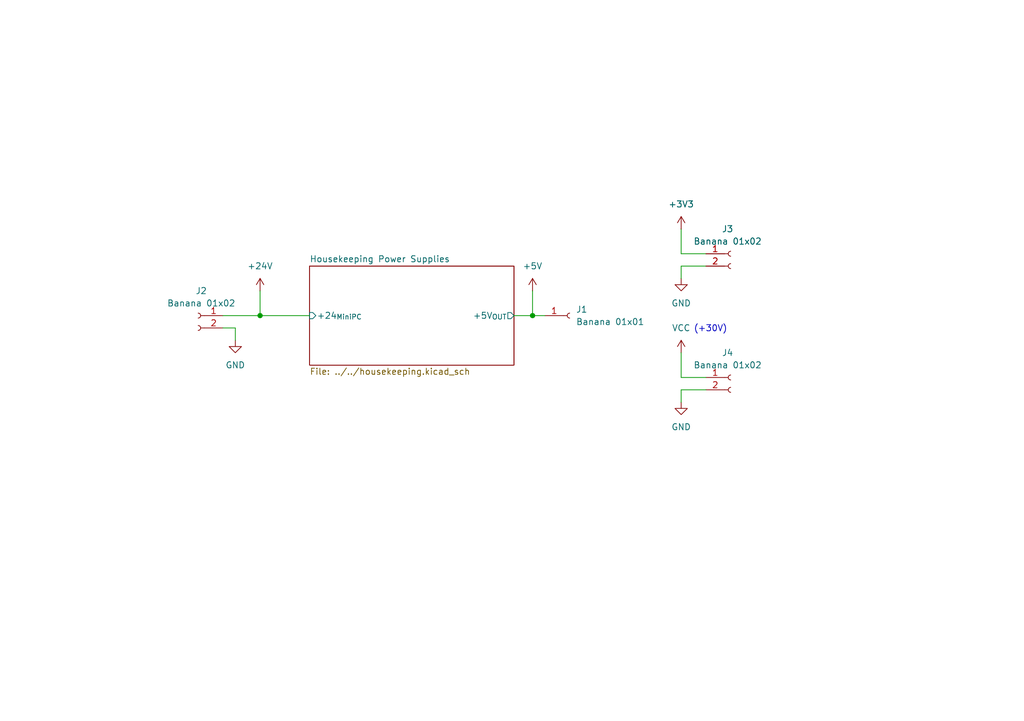
<source format=kicad_sch>
(kicad_sch (version 20250114) (generator "eeschema") (generator_version "9.0")
  (paper "A5")
  (title_block (title "Houskeeping Board") (date "2025-05-22") (rev "1B") (company "Robomaster"))
  (lib_symbols
    (symbol "Connector:Conn_01x01_Socket" (pin_names (offset 1.016) (hide yes))
      (property "Reference" "J" (at 0 2.54 0))
      (property "Value" "Conn_01x01_Socket" (at 0 -2.54 0))
      (symbol "Conn_01x01_Socket_1_1"
        (polyline (pts (xy -1.27 0) (xy -0.508 0)) (stroke (width 0.1524)))
        (arc (start 0 -0.508) (mid -0.5058 0) (end 0 0.508) (stroke (width 0.1524)))
        (pin passive line (at -5.08 0 0) (length 3.81) (name "Pin_1") (number "1"))
      )
    )
    (symbol "Connector:Conn_01x02_Socket" (pin_names (offset 1.016) (hide yes))
      (property "Reference" "J" (at 0 2.54 0))
      (property "Value" "Conn_01x02_Socket" (at 0 -5.08 0))
      (symbol "Conn_01x02_Socket_1_1"
        (polyline (pts (xy -1.27 0) (xy -0.508 0)) (stroke (width 0.1524)))
        (polyline (pts (xy -1.27 -2.54) (xy -0.508 -2.54)) (stroke (width 0.1524)))
        (arc (start 0 -0.508) (mid -0.5058 0) (end 0 0.508) (stroke (width 0.1524)))
        (arc (start 0 -3.048) (mid -0.5058 -2.54) (end 0 -2.032) (stroke (width 0.1524)))
        (pin passive line (at -5.08 0 0) (length 3.81) (name "Pin_1") (number "1"))
        (pin passive line (at -5.08 -2.54 0) (length 3.81) (name "Pin_2") (number "2"))
      )
    )
    (symbol "power:+24V" (power) (pin_numbers (hide yes)) (pin_names (offset 0) (hide yes))
      (property "Value" "+24V" (at 0 3.556 0))
      (symbol "+24V_0_1"
        (polyline (pts (xy -0.762 1.27) (xy 0 2.54)))
        (polyline (pts (xy 0 2.54) (xy 0.762 1.27)))
        (polyline (pts (xy 0 0) (xy 0 2.54)))
      )
      (symbol "+24V_1_1"
        (pin power_in line (at 0 0 90) (length 0) (name "~") (number "1"))
      )
    )
    (symbol "power:+3V3" (power) (pin_numbers (hide yes)) (pin_names (offset 0) (hide yes))
      (property "Value" "+3V3" (at 0 3.556 0))
      (symbol "+3V3_0_1"
        (polyline (pts (xy -0.762 1.27) (xy 0 2.54)))
        (polyline (pts (xy 0 2.54) (xy 0.762 1.27)))
        (polyline (pts (xy 0 0) (xy 0 2.54)))
      )
      (symbol "+3V3_1_1"
        (pin power_in line (at 0 0 90) (length 0) (name "~") (number "1"))
      )
    )
    (symbol "power:+5V" (power) (pin_numbers (hide yes)) (pin_names (offset 0) (hide yes))
      (property "Value" "+5V" (at 0 3.556 0))
      (symbol "+5V_0_1"
        (polyline (pts (xy -0.762 1.27) (xy 0 2.54)))
        (polyline (pts (xy 0 2.54) (xy 0.762 1.27)))
        (polyline (pts (xy 0 0) (xy 0 2.54)))
      )
      (symbol "+5V_1_1"
        (pin power_in line (at 0 0 90) (length 0) (name "~") (number "1"))
      )
    )
    (symbol "power:GND" (power) (pin_numbers (hide yes)) (pin_names (offset 0) (hide yes))
      (property "Value" "GND" (at 0 -3.81 0))
      (symbol "GND_0_1"
        (polyline (pts (xy 0 0) (xy 0 -1.27) (xy 1.27 -1.27) (xy 0 -2.54) (xy -1.27 -1.27) (xy 0 -1.27)))
      )
      (symbol "GND_1_1"
        (pin power_in line (at 0 0 270) (length 0) (name "~") (number "1"))
      )
    )
    (symbol "power:VCC" (power) (pin_numbers (hide yes)) (pin_names (offset 0) (hide yes))
      (property "Value" "VCC" (at 0 3.556 0))
      (symbol "VCC_0_1"
        (polyline (pts (xy -0.762 1.27) (xy 0 2.54)))
        (polyline (pts (xy 0 2.54) (xy 0.762 1.27)))
        (polyline (pts (xy 0 0) (xy 0 2.54)))
      )
      (symbol "VCC_1_1"
        (pin power_in line (at 0 0 90) (length 0) (name "~") (number "1"))
      )
    )
  )
  (text "(+30V)" (at 142.24 67.564 0) (effects (font (size 1.27 1.27)) (justify left)))
  (junction (at 53.34 64.77))
  (junction (at 109.22 64.77))
  (wire (pts (xy 45.72 67.31) (xy 48.26 67.31)))
  (wire (pts (xy 139.7 80.01) (xy 139.7 82.55)))
  (wire (pts (xy 139.7 52.07) (xy 139.7 46.99)))
  (wire (pts (xy 105.41 64.77) (xy 109.22 64.77)))
  (wire (pts (xy 53.34 64.77) (xy 63.5 64.77)))
  (wire (pts (xy 144.78 54.61) (xy 139.7 54.61)))
  (wire (pts (xy 139.7 77.47) (xy 144.78 77.47)))
  (wire (pts (xy 139.7 72.39) (xy 139.7 77.47)))
  (wire (pts (xy 144.78 52.07) (xy 139.7 52.07)))
  (wire (pts (xy 53.34 59.69) (xy 53.34 64.77)))
  (wire (pts (xy 109.22 64.77) (xy 111.76 64.77)))
  (wire (pts (xy 48.26 67.31) (xy 48.26 69.85)))
  (wire (pts (xy 144.78 80.01) (xy 139.7 80.01)))
  (wire (pts (xy 139.7 54.61) (xy 139.7 57.15)))
  (wire (pts (xy 109.22 59.69) (xy 109.22 64.77)))
  (wire (pts (xy 45.72 64.77) (xy 53.34 64.77)))
  (symbol (lib_id "power:GND") (at 48.26 69.85 0) (unit 1)
    (property "Reference" "#PWR097" (effects (hide yes)))
    (property "Value" "GND" (at 48.26 74.93 0))
    (property "Description" "Power symbol creates a global label with name \"GND\" , ground" (effects (hide yes)))
  )
  (symbol (lib_id "Connector:Conn_01x02_Socket") (at 40.64 64.77 0) (mirror y) (unit 1)
    (property "Reference" "J2" (at 41.275 59.69 0))
    (property "Value" "Banana 01x02" (at 41.275 62.23 0))
    (property "Description" "Generic connector, single row, 01x02, script generated" (effects (hide yes)))
  )
  (symbol (lib_id "power:GND") (at 139.7 57.15 0) (unit 1)
    (property "Reference" "#PWR0100" (effects (hide yes)))
    (property "Value" "GND" (at 139.7 62.23 0))
    (property "Description" "Power symbol creates a global label with name \"GND\" , ground" (effects (hide yes)))
  )
  (symbol (lib_id "Connector:Conn_01x01_Socket") (at 116.84 64.77 0) (unit 1)
    (property "Reference" "J1" (at 118.11 63.4999 0) (effects (justify left)))
    (property "Value" "Banana 01x01" (at 118.11 66.0399 0) (effects (justify left)))
    (property "Footprint" "Connector:Banana_Jack_1Pin" (effects (hide yes)))
    (property "Description" "Generic connector, single row, 01x01, script generated" (effects (hide yes)))
  )
  (symbol (lib_id "power:GND") (at 139.7 82.55 0) (unit 1)
    (property "Reference" "#PWR0101" (effects (hide yes)))
    (property "Value" "GND" (at 139.7 87.63 0))
    (property "Description" "Power symbol creates a global label with name \"GND\" , ground" (effects (hide yes)))
  )
  (symbol (lib_id "power:+5V") (at 109.22 59.69 0) (unit 1)
    (property "Reference" "#PWR02" (effects (hide yes)))
    (property "Value" "+5V" (at 109.22 54.61 0))
    (property "Description" "Power symbol creates a global label with name \"+5V\"" (effects (hide yes)))
  )
  (symbol (lib_id "Connector:Conn_01x02_Socket") (at 149.86 77.47 0) (unit 1)
    (property "Reference" "J4" (at 149.225 72.39 0))
    (property "Value" "Banana 01x02" (at 149.225 74.93 0))
    (property "Description" "Generic connector, single row, 01x02, script generated" (effects (hide yes)))
  )
  (symbol (lib_id "power:VCC") (at 139.7 72.39 0) (unit 1)
    (property "Reference" "#PWR099" (effects (hide yes)))
    (property "Value" "VCC" (at 139.7 67.31 0))
    (property "Description" "Power symbol creates a global label with name \"VCC\"" (effects (hide yes)))
  )
  (symbol (lib_id "power:+3V3") (at 139.7 46.99 0) (unit 1)
    (property "Reference" "#PWR098" (effects (hide yes)))
    (property "Value" "+3V3" (at 139.7 41.91 0))
    (property "Description" "Power symbol creates a global label with name \"+3V3\"" (effects (hide yes)))
  )
  (symbol (lib_id "Connector:Conn_01x02_Socket") (at 149.86 52.07 0) (unit 1)
    (property "Reference" "J3" (at 149.225 46.99 0))
    (property "Value" "Banana 01x02" (at 149.225 49.53 0))
    (property "Description" "Generic connector, single row, 01x02, script generated" (effects (hide yes)))
  )
  (symbol (lib_id "power:+24V") (at 53.34 59.69 0) (unit 1)
    (property "Reference" "#PWR01" (effects (hide yes)))
    (property "Value" "+24V" (at 53.34 54.61 0))
    (property "Description" "Power symbol creates a global label with name \"+24V\"" (effects (hide yes)))
  )
  (sheet (at 63.5 54.61) (size 41.91 20.32) (stroke (width 0.1524))
    (property "Sheetname" "Housekeeping Power Supplies" (at 63.5 53.8984 0) (effects (justify left bottom)))
    (property "Sheetfile" "../../housekeeping.kicad_sch" (at 63.5 75.5146 0) (effects (justify left top)))
    (pin "+24_{MiniPC}" input (at 63.5 64.77 180))
    (pin "+5V_{OUT}" output (at 105.41 64.77 0))
  )
)
</source>
